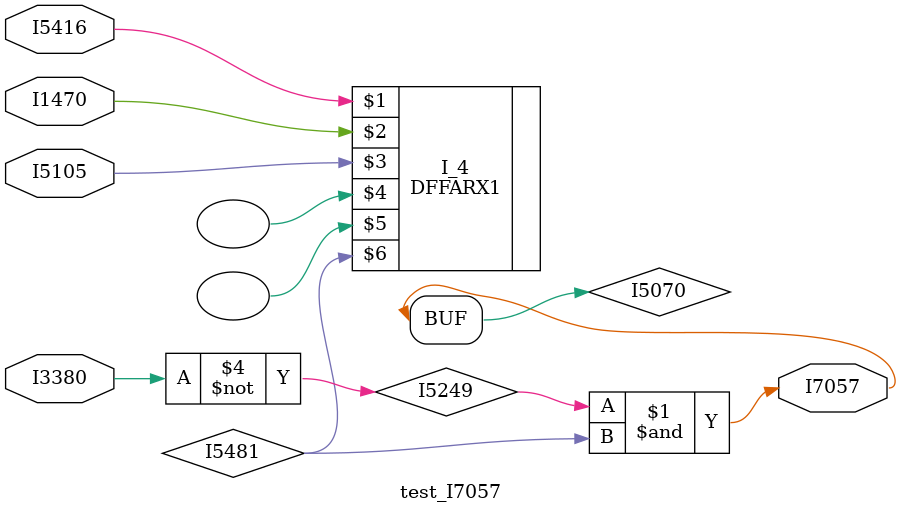
<source format=v>
module test_I7057(I5416,I3380,I1470,I5105,I7057);
input I5416,I3380,I1470,I5105;
output I7057;
wire I5070,I7026,I5249,I5481;
and I_0(I5070,I5249,I5481);
not I_1(I7026,I5070);
not I_2(I7057,I7026);
not I_3(I5249,I3380);
DFFARX1 I_4(I5416,I1470,I5105,,,I5481,);
endmodule



</source>
